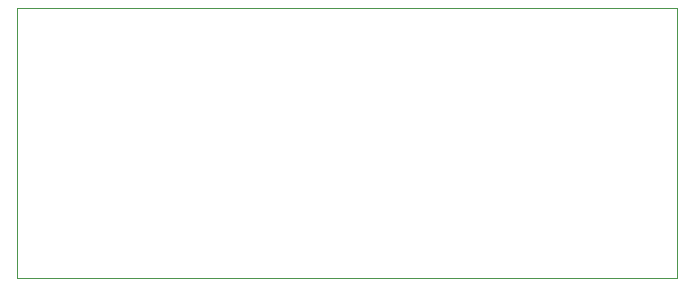
<source format=gbr>
G04 #@! TF.GenerationSoftware,KiCad,Pcbnew,5.1.4-e60b266~84~ubuntu18.04.1*
G04 #@! TF.CreationDate,2019-09-09T22:27:04+10:00*
G04 #@! TF.ProjectId,comparator,636f6d70-6172-4617-946f-722e6b696361,21/06/19*
G04 #@! TF.SameCoordinates,Original*
G04 #@! TF.FileFunction,Profile,NP*
%FSLAX46Y46*%
G04 Gerber Fmt 4.6, Leading zero omitted, Abs format (unit mm)*
G04 Created by KiCad (PCBNEW 5.1.4-e60b266~84~ubuntu18.04.1) date 2019-09-09 22:27:04*
%MOMM*%
%LPD*%
G04 APERTURE LIST*
%ADD10C,0.050000*%
%ADD11C,0.100000*%
G04 APERTURE END LIST*
D10*
X121920000Y-86360000D02*
X121920000Y-109220000D01*
D11*
X121920000Y-86360000D02*
X177800000Y-86360000D01*
X177800000Y-109220000D02*
X121920000Y-109220000D01*
X177800000Y-86360000D02*
X177800000Y-109220000D01*
M02*

</source>
